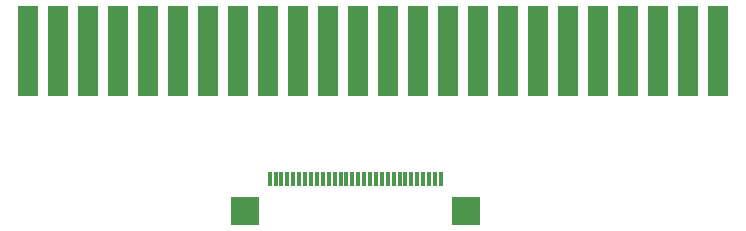
<source format=gbr>
%TF.GenerationSoftware,KiCad,Pcbnew,(6.0.0-rc1-114-gb471945224)*%
%TF.CreationDate,2023-01-31T08:43:45+01:00*%
%TF.ProjectId,HB-F1XD-keyboard,48422d46-3158-4442-9d6b-6579626f6172,1*%
%TF.SameCoordinates,Original*%
%TF.FileFunction,Soldermask,Top*%
%TF.FilePolarity,Negative*%
%FSLAX46Y46*%
G04 Gerber Fmt 4.6, Leading zero omitted, Abs format (unit mm)*
G04 Created by KiCad (PCBNEW (6.0.0-rc1-114-gb471945224)) date 2023-01-31 08:43:45*
%MOMM*%
%LPD*%
G01*
G04 APERTURE LIST*
%ADD10R,0.300000X1.200000*%
%ADD11R,2.400000X2.400000*%
%ADD12R,1.780000X7.620000*%
G04 APERTURE END LIST*
D10*
%TO.C,J2*%
X321489550Y-62353000D03*
X321989550Y-62353000D03*
X322489550Y-62353000D03*
X322989550Y-62353000D03*
X323489550Y-62353000D03*
X323989550Y-62353000D03*
X324489550Y-62353000D03*
X324989550Y-62353000D03*
X325489550Y-62353000D03*
X325989550Y-62353000D03*
X326489550Y-62353000D03*
X326989550Y-62353000D03*
X327489550Y-62353000D03*
X327989550Y-62353000D03*
X328489550Y-62353000D03*
X328989550Y-62353000D03*
X329489550Y-62353000D03*
X329989550Y-62353000D03*
X330489550Y-62353000D03*
X330989550Y-62353000D03*
X331489550Y-62353000D03*
X331989550Y-62353000D03*
X332489550Y-62353000D03*
X332989550Y-62353000D03*
X333489550Y-62353000D03*
X333989550Y-62353000D03*
X334489550Y-62353000D03*
X334989550Y-62353000D03*
X335489550Y-62353000D03*
X335989550Y-62353000D03*
D11*
X319389550Y-65053000D03*
X338089550Y-65053000D03*
%TD*%
D12*
%TO.C,J1*%
X301053550Y-51450000D03*
X303593550Y-51450000D03*
X306133550Y-51450000D03*
X308673550Y-51450000D03*
X311213550Y-51450000D03*
X313753550Y-51450000D03*
X316293550Y-51450000D03*
X318833550Y-51450000D03*
X321373550Y-51450000D03*
X323913550Y-51450000D03*
X326453550Y-51450000D03*
X328993550Y-51450000D03*
X331533550Y-51450000D03*
X334073550Y-51450000D03*
X336613550Y-51450000D03*
X339153550Y-51450000D03*
X341693550Y-51450000D03*
X344233550Y-51450000D03*
X346773550Y-51450000D03*
X349313550Y-51450000D03*
X351853550Y-51450000D03*
X354393550Y-51450000D03*
X356933550Y-51450000D03*
X359473550Y-51450000D03*
%TD*%
M02*

</source>
